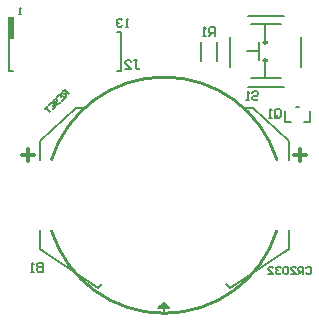
<source format=gbo>
%FSLAX24Y24*%
%MOIN*%
G70*
G01*
G75*
G04 Layer_Color=32896*
G04:AMPARAMS|DCode=10|XSize=15.7mil|YSize=43.3mil|CornerRadius=0mil|HoleSize=0mil|Usage=FLASHONLY|Rotation=315.000|XOffset=0mil|YOffset=0mil|HoleType=Round|Shape=Rectangle|*
%AMROTATEDRECTD10*
4,1,4,-0.0209,-0.0097,0.0097,0.0209,0.0209,0.0097,-0.0097,-0.0209,-0.0209,-0.0097,0.0*
%
%ADD10ROTATEDRECTD10*%

G04:AMPARAMS|DCode=11|XSize=102mil|YSize=59mil|CornerRadius=0mil|HoleSize=0mil|Usage=FLASHONLY|Rotation=315.000|XOffset=0mil|YOffset=0mil|HoleType=Round|Shape=Rectangle|*
%AMROTATEDRECTD11*
4,1,4,-0.0569,0.0152,-0.0152,0.0569,0.0569,-0.0152,0.0152,-0.0569,-0.0569,0.0152,0.0*
%
%ADD11ROTATEDRECTD11*%

%ADD12R,0.1020X0.0590*%
G04:AMPARAMS|DCode=13|XSize=102mil|YSize=59mil|CornerRadius=0mil|HoleSize=0mil|Usage=FLASHONLY|Rotation=45.000|XOffset=0mil|YOffset=0mil|HoleType=Round|Shape=Rectangle|*
%AMROTATEDRECTD13*
4,1,4,-0.0152,-0.0569,-0.0569,-0.0152,0.0152,0.0569,0.0569,0.0152,-0.0152,-0.0569,0.0*
%
%ADD13ROTATEDRECTD13*%

%ADD14R,0.0590X0.1020*%
%ADD15R,0.0270X0.0350*%
G04:AMPARAMS|DCode=16|XSize=27mil|YSize=35mil|CornerRadius=0mil|HoleSize=0mil|Usage=FLASHONLY|Rotation=45.000|XOffset=0mil|YOffset=0mil|HoleType=Round|Shape=Rectangle|*
%AMROTATEDRECTD16*
4,1,4,0.0028,-0.0219,-0.0219,0.0028,-0.0028,0.0219,0.0219,-0.0028,0.0028,-0.0219,0.0*
%
%ADD16ROTATEDRECTD16*%

%ADD17R,0.0350X0.0270*%
G04:AMPARAMS|DCode=18|XSize=27mil|YSize=35mil|CornerRadius=0mil|HoleSize=0mil|Usage=FLASHONLY|Rotation=135.000|XOffset=0mil|YOffset=0mil|HoleType=Round|Shape=Rectangle|*
%AMROTATEDRECTD18*
4,1,4,0.0219,0.0028,-0.0028,-0.0219,-0.0219,-0.0028,0.0028,0.0219,0.0219,0.0028,0.0*
%
%ADD18ROTATEDRECTD18*%

%ADD19C,0.0197*%
%ADD20C,0.0070*%
%ADD21C,0.0100*%
%ADD22C,0.0700*%
%ADD23C,0.0300*%
%ADD24R,0.0315X0.0433*%
%ADD25R,0.0800X0.0550*%
%ADD26C,0.7000*%
%ADD27R,0.1098X0.2000*%
%ADD28R,0.0248X0.0787*%
%ADD29C,0.0060*%
G04:AMPARAMS|DCode=30|XSize=21.7mil|YSize=54.1mil|CornerRadius=0mil|HoleSize=0mil|Usage=FLASHONLY|Rotation=315.000|XOffset=0mil|YOffset=0mil|HoleType=Round|Shape=Rectangle|*
%AMROTATEDRECTD30*
4,1,4,-0.0268,-0.0115,0.0115,0.0268,0.0268,0.0115,-0.0115,-0.0268,-0.0268,-0.0115,0.0*
%
%ADD30ROTATEDRECTD30*%

G04:AMPARAMS|DCode=31|XSize=22.6mil|YSize=20.7mil|CornerRadius=0mil|HoleSize=0mil|Usage=FLASHONLY|Rotation=315.000|XOffset=0mil|YOffset=0mil|HoleType=Round|Shape=Rectangle|*
%AMROTATEDRECTD31*
4,1,4,-0.0153,0.0007,-0.0007,0.0153,0.0153,-0.0007,0.0007,-0.0153,-0.0153,0.0007,0.0*
%
%ADD31ROTATEDRECTD31*%

G04:AMPARAMS|DCode=32|XSize=22.6mil|YSize=20.7mil|CornerRadius=0mil|HoleSize=0mil|Usage=FLASHONLY|Rotation=135.000|XOffset=0mil|YOffset=0mil|HoleType=Round|Shape=Rectangle|*
%AMROTATEDRECTD32*
4,1,4,0.0153,-0.0007,0.0007,-0.0153,-0.0153,0.0007,-0.0007,0.0153,0.0153,-0.0007,0.0*
%
%ADD32ROTATEDRECTD32*%

%ADD33R,0.0226X0.0207*%
%ADD34R,0.0226X0.0207*%
G04:AMPARAMS|DCode=35|XSize=22.6mil|YSize=20.7mil|CornerRadius=0mil|HoleSize=0mil|Usage=FLASHONLY|Rotation=45.000|XOffset=0mil|YOffset=0mil|HoleType=Round|Shape=Rectangle|*
%AMROTATEDRECTD35*
4,1,4,-0.0007,-0.0153,-0.0153,-0.0007,0.0007,0.0153,0.0153,0.0007,-0.0007,-0.0153,0.0*
%
%ADD35ROTATEDRECTD35*%

G04:AMPARAMS|DCode=36|XSize=22.6mil|YSize=20.7mil|CornerRadius=0mil|HoleSize=0mil|Usage=FLASHONLY|Rotation=225.000|XOffset=0mil|YOffset=0mil|HoleType=Round|Shape=Rectangle|*
%AMROTATEDRECTD36*
4,1,4,0.0007,0.0153,0.0153,0.0007,-0.0007,-0.0153,-0.0153,-0.0007,0.0007,0.0153,0.0*
%
%ADD36ROTATEDRECTD36*%

%ADD37R,0.0207X0.0226*%
%ADD38R,0.0207X0.0226*%
%ADD39C,0.0118*%
%ADD40C,0.0050*%
%ADD41R,0.0236X0.0778*%
D20*
X9267Y7008D02*
X9267Y6634D01*
X9621Y7126D02*
X9739D01*
X9267Y6634D02*
X9463D01*
X9897Y6634D02*
X10093D01*
Y7008D02*
X10093Y6634D01*
X8020Y10160D02*
X9220D01*
X7440Y8480D02*
Y9480D01*
X8020Y7800D02*
X9220D01*
X9800Y8480D02*
Y9480D01*
X8120Y9895D02*
X9120D01*
X8120Y8095D02*
X9120D01*
X8610D02*
Y8695D01*
X8610Y9295D02*
Y9895D01*
X8410Y8695D02*
Y9295D01*
X8010Y8995D02*
X8410D01*
X5043Y430D02*
X5397D01*
X5142Y489D02*
X5150Y498D01*
X5330D01*
X5043Y430D02*
X5220Y607D01*
X5397Y430D01*
X2291Y7100D02*
X2573D01*
X7907D02*
X8189D01*
X7313Y1228D02*
X7441Y1100D01*
X3039D02*
X3167Y1228D01*
X9390Y5366D02*
Y6001D01*
Y2399D02*
Y3034D01*
X1090Y2399D02*
Y3034D01*
Y5366D02*
Y6001D01*
Y2399D02*
X3039Y1100D01*
X7441D02*
X9390Y2399D01*
X1090Y6001D02*
X2291Y7100D01*
X8189D02*
X9390Y6001D01*
X5220Y295D02*
Y529D01*
X60Y8350D02*
X208D01*
X60Y9650D02*
X208D01*
X3652Y8350D02*
X3800D01*
X3652Y9650D02*
X3800D01*
Y8350D02*
Y9650D01*
X60Y8350D02*
Y9650D01*
X6986Y8665D02*
Y9295D01*
X6474Y8665D02*
Y9295D01*
D21*
X8660Y9295D02*
G03*
X8660Y9295I-50J0D01*
G01*
X8660Y8695D02*
G03*
X8660Y8695I-50J0D01*
G01*
X1489Y3003D02*
G03*
X8993Y3009I3751J1197D01*
G01*
X8994Y5387D02*
G03*
X1486Y5386I-3754J-1187D01*
G01*
D29*
X4250Y8700D02*
X4350D01*
X4300D01*
Y8450D01*
X4350Y8400D01*
X4400D01*
X4450Y8450D01*
X3950Y8400D02*
X4150D01*
X3950Y8600D01*
Y8650D01*
X4000Y8700D01*
X4100D01*
X4150Y8650D01*
X1200Y1940D02*
Y1640D01*
X1050D01*
X1000Y1690D01*
Y1740D01*
X1050Y1790D01*
X1200D01*
X1050D01*
X1000Y1840D01*
Y1890D01*
X1050Y1940D01*
X1200D01*
X900Y1640D02*
X800D01*
X850D01*
Y1940D01*
X900Y1890D01*
X8930Y6830D02*
Y7030D01*
X8980Y7080D01*
X9080D01*
X9130Y7030D01*
Y6830D01*
X9080Y6780D01*
X8980D01*
X9030Y6880D02*
X8930Y6780D01*
X8980D02*
X8930Y6830D01*
X8830Y6780D02*
X8730D01*
X8780D01*
Y7080D01*
X8830Y7030D01*
X6930Y9490D02*
Y9790D01*
X6780D01*
X6730Y9740D01*
Y9640D01*
X6780Y9590D01*
X6930D01*
X6830D02*
X6730Y9490D01*
X6630D02*
X6530D01*
X6580D01*
Y9790D01*
X6630Y9740D01*
X8180Y7610D02*
X8230Y7660D01*
X8330D01*
X8380Y7610D01*
Y7560D01*
X8330Y7510D01*
X8230D01*
X8180Y7460D01*
Y7410D01*
X8230Y7360D01*
X8330D01*
X8380Y7410D01*
X8080Y7360D02*
X7980D01*
X8030D01*
Y7660D01*
X8080Y7610D01*
D39*
X712Y5352D02*
Y5745D01*
X516Y5548D02*
X909D01*
X9567Y5548D02*
X9960D01*
X9764Y5352D02*
Y5745D01*
D40*
X2060Y7580D02*
X1919Y7721D01*
X1848Y7651D01*
Y7604D01*
X1895Y7556D01*
X1942Y7556D01*
X2013Y7627D01*
X1966Y7580D02*
Y7486D01*
X1683D02*
X1777Y7580D01*
X1919Y7439D01*
X1824Y7344D01*
X1848Y7509D02*
X1801Y7462D01*
X1565Y7321D02*
Y7368D01*
X1612Y7415D01*
X1659D01*
X1683Y7391D01*
X1683Y7344D01*
X1636Y7297D01*
X1636Y7250D01*
X1659Y7227D01*
X1707Y7227D01*
X1754Y7274D01*
Y7321D01*
X1400Y7203D02*
X1495Y7297D01*
X1636Y7156D01*
X1542Y7062D01*
X1565Y7227D02*
X1518Y7179D01*
X1353Y7156D02*
X1259Y7062D01*
X1306Y7109D01*
X1447Y6967D01*
X9963Y1778D02*
X10005Y1820D01*
X10088D01*
X10130Y1778D01*
Y1612D01*
X10088Y1570D01*
X10005D01*
X9963Y1612D01*
X9880Y1570D02*
Y1820D01*
X9755D01*
X9713Y1778D01*
Y1695D01*
X9755Y1653D01*
X9880D01*
X9797D02*
X9713Y1570D01*
X9464D02*
X9630D01*
X9464Y1737D01*
Y1778D01*
X9505Y1820D01*
X9589D01*
X9630Y1778D01*
X9380D02*
X9339Y1820D01*
X9255D01*
X9214Y1778D01*
Y1612D01*
X9255Y1570D01*
X9339D01*
X9380Y1612D01*
Y1778D01*
X9130D02*
X9089Y1820D01*
X9005D01*
X8964Y1778D01*
Y1737D01*
X9005Y1695D01*
X9047D01*
X9005D01*
X8964Y1653D01*
Y1612D01*
X9005Y1570D01*
X9089D01*
X9130Y1612D01*
X8714Y1570D02*
X8880D01*
X8714Y1737D01*
Y1778D01*
X8755Y1820D01*
X8839D01*
X8880Y1778D01*
X4040Y9820D02*
X3957D01*
X3998D01*
Y10070D01*
X4040Y10028D01*
X3832D02*
X3790Y10070D01*
X3707D01*
X3665Y10028D01*
Y9987D01*
X3707Y9945D01*
X3748D01*
X3707D01*
X3665Y9903D01*
Y9862D01*
X3707Y9820D01*
X3790D01*
X3832Y9862D01*
X470Y10230D02*
X403D01*
X437D01*
Y10430D01*
X470Y10397D01*
D41*
X139Y9773D02*
D03*
M02*

</source>
